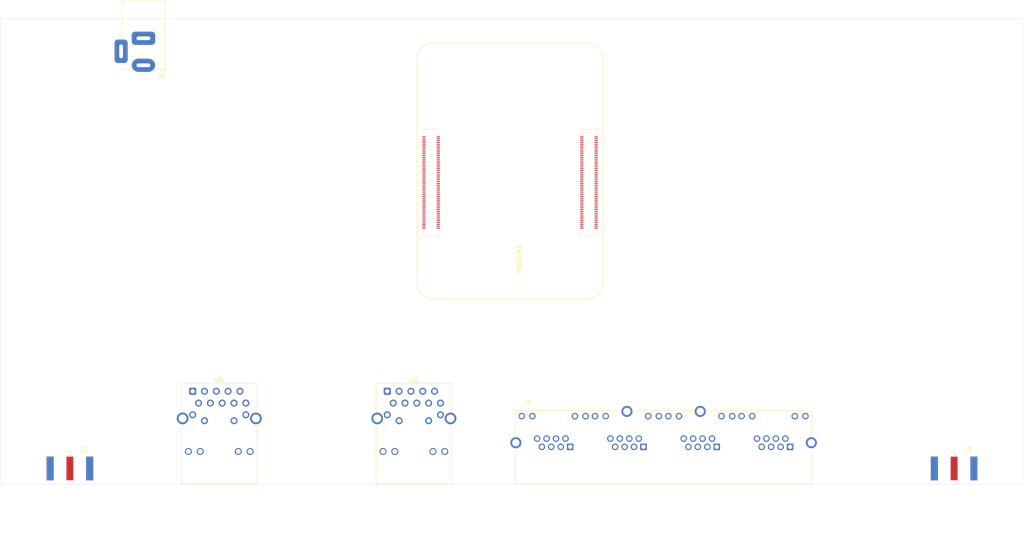
<source format=kicad_pcb>
(kicad_pcb (version 20241229) (generator "pcbnew") (generator_version "9.0")
  (layers (0 "F.Cu" signal) (2 "B.Cu" signal) (13 "F.Paste" user) (15 "B.Paste" user) (5 "F.SilkS" user "F.Silkscreen") (7 "B.SilkS" user "B.Silkscreen") (1 "F.Mask" user) (3 "B.Mask" user) (25 "Edge.Cuts" user))
  (net 0 "")
  (footprint "router-footprints:TRJG0926HENL" (layer "F.Cu") (at 138.91 138.94)
    (property "Reference" "U6" (at 0.01 -11.32 0) (layer "F.SilkS"))
    (property "Value" "MagJack-A70-112-331N126")
    (fp_line (start -8.12 -10.62) (end -8.12 -4.71) (stroke (width 0.12)) (layer "F.SilkS"))
    (fp_line (start -8.12 -10.62) (end 8.12 -10.62) (stroke (width 0.12)) (layer "F.SilkS"))
    (fp_line (start -8.12 -1.43) (end -8.12 11.02) (stroke (width 0.12)) (layer "F.SilkS"))
    (fp_line (start -8 10.75) (end -8.25 10.75) (stroke (width 0.12)) (layer "F.SilkS"))
    (fp_line (start -7.9 10.9) (end -7.9 11.15) (stroke (width 0.12)) (layer "F.SilkS"))
    (fp_line (start 8.12 -10.62) (end 8.12 -4.71) (stroke (width 0.12)) (layer "F.SilkS"))
    (fp_line (start 8.12 -1.43) (end 8.12 11.02) (stroke (width 0.12)) (layer "F.SilkS"))
    (fp_line (start 8.12 11.02) (end -8.12 11.02) (stroke (width 0.12)) (layer "F.SilkS"))
    (pad "" np_thru_hole circle (at -5.715 0) (size 3.2 3.2) (drill 3.2) (layers "*.Cu" "*.Mask"))
    (pad "" np_thru_hole circle (at 5.715 0) (size 3.2 3.2) (drill 3.2) (layers "*.Cu" "*.Mask"))
    (pad "1" thru_hole roundrect (at -5.715 -8.89) (size 1.5 1.5) (drill 0.9) (layers "*.Cu" "*.Mask") (roundrect_rratio 0.167))
    (pad "2" thru_hole circle (at -4.445 -6.35) (size 1.5 1.5) (drill 0.9) (layers "*.Cu" "*.Mask"))
    (pad "3" thru_hole circle (at -3.175 -8.89) (size 1.5 1.5) (drill 0.9) (layers "*.Cu" "*.Mask"))
    (pad "4" thru_hole circle (at -1.905 -6.35) (size 1.5 1.5) (drill 0.9) (layers "*.Cu" "*.Mask"))
    (pad "5" thru_hole circle (at -0.635 -8.89) (size 1.5 1.5) (drill 0.9) (layers "*.Cu" "*.Mask"))
    (pad "6" thru_hole circle (at 0.635 -6.35 90) (size 1.5 1.5) (drill 0.9) (layers "*.Cu" "*.Mask"))
    (pad "7" thru_hole circle (at 1.905 -8.89) (size 1.5 1.5) (drill 0.9) (layers "*.Cu" "*.Mask"))
    (pad "8" thru_hole circle (at 3.175 -6.35) (size 1.5 1.5) (drill 0.9) (layers "*.Cu" "*.Mask"))
    (pad "9" thru_hole circle (at 4.445 -8.89) (size 1.5 1.5) (drill 0.9) (layers "*.Cu" "*.Mask"))
    (pad "10" thru_hole circle (at 5.715 -6.35) (size 1.5 1.5) (drill 0.9) (layers "*.Cu" "*.Mask"))
    (pad "11" thru_hole circle (at -5.715 -3.83) (size 1.5 1.5) (drill 0.9) (layers "*.Cu" "*.Mask"))
    (pad "12" thru_hole circle (at -3.175 -2.56) (size 1.5 1.5) (drill 0.9) (layers "*.Cu" "*.Mask"))
    (pad "13" thru_hole circle (at 3.175 -2.56) (size 1.5 1.5) (drill 0.9) (layers "*.Cu" "*.Mask"))
    (pad "14" thru_hole circle (at 5.715 -3.83) (size 1.5 1.5) (drill 0.9) (layers "*.Cu" "*.Mask"))
    (pad "15" thru_hole circle (at -6.63 4.06) (size 1.5 1.5) (drill 1.02) (layers "*.Cu" "*.Mask"))
    (pad "16" thru_hole circle (at -4.09 4.06) (size 1.5 1.5) (drill 1.02) (layers "*.Cu" "*.Mask"))
    (pad "17" thru_hole circle (at 4.09 4.06) (size 1.5 1.5) (drill 1.02) (layers "*.Cu" "*.Mask"))
    (pad "18" thru_hole circle (at 6.63 4.06) (size 1.5 1.5) (drill 1.02) (layers "*.Cu" "*.Mask"))
    (pad "19" thru_hole circle (at -7.875 -3.05) (size 2.5 2.5) (drill 1.7) (layers "*.Cu" "*.Mask"))
    (pad "20" thru_hole circle (at 7.875 -3.05) (size 2.5 2.5) (drill 1.7) (layers "*.Cu" "*.Mask"))
  )
  (footprint "router-footprints:TRJG0926HENL" (layer "F.Cu") (at 97.09 138.94)
    (property "Reference" "U5" (at 0.01 -11.32 0) (layer "F.SilkS"))
    (property "Value" "MagJack-A70-112-331N126")
    (fp_line (start -8.12 -10.62) (end -8.12 -4.71) (stroke (width 0.12)) (layer "F.SilkS"))
    (fp_line (start -8.12 -10.62) (end 8.12 -10.62) (stroke (width 0.12)) (layer "F.SilkS"))
    (fp_line (start -8.12 -1.43) (end -8.12 11.02) (stroke (width 0.12)) (layer "F.SilkS"))
    (fp_line (start -8 10.75) (end -8.25 10.75) (stroke (width 0.12)) (layer "F.SilkS"))
    (fp_line (start -7.9 10.9) (end -7.9 11.15) (stroke (width 0.12)) (layer "F.SilkS"))
    (fp_line (start 8.12 -10.62) (end 8.12 -4.71) (stroke (width 0.12)) (layer "F.SilkS"))
    (fp_line (start 8.12 -1.43) (end 8.12 11.02) (stroke (width 0.12)) (layer "F.SilkS"))
    (fp_line (start 8.12 11.02) (end -8.12 11.02) (stroke (width 0.12)) (layer "F.SilkS"))
    (pad "" np_thru_hole circle (at -5.715 0) (size 3.2 3.2) (drill 3.2) (layers "*.Cu" "*.Mask"))
    (pad "" np_thru_hole circle (at 5.715 0) (size 3.2 3.2) (drill 3.2) (layers "*.Cu" "*.Mask"))
    (pad "1" thru_hole roundrect (at -5.715 -8.89) (size 1.5 1.5) (drill 0.9) (layers "*.Cu" "*.Mask") (roundrect_rratio 0.167))
    (pad "2" thru_hole circle (at -4.445 -6.35) (size 1.5 1.5) (drill 0.9) (layers "*.Cu" "*.Mask"))
    (pad "3" thru_hole circle (at -3.175 -8.89) (size 1.5 1.5) (drill 0.9) (layers "*.Cu" "*.Mask"))
    (pad "4" thru_hole circle (at -1.905 -6.35) (size 1.5 1.5) (drill 0.9) (layers "*.Cu" "*.Mask"))
    (pad "5" thru_hole circle (at -0.635 -8.89) (size 1.5 1.5) (drill 0.9) (layers "*.Cu" "*.Mask"))
    (pad "6" thru_hole circle (at 0.635 -6.35 90) (size 1.5 1.5) (drill 0.9) (layers "*.Cu" "*.Mask"))
    (pad "7" thru_hole circle (at 1.905 -8.89) (size 1.5 1.5) (drill 0.9) (layers "*.Cu" "*.Mask"))
    (pad "8" thru_hole circle (at 3.175 -6.35) (size 1.5 1.5) (drill 0.9) (layers "*.Cu" "*.Mask"))
    (pad "9" thru_hole circle (at 4.445 -8.89) (size 1.5 1.5) (drill 0.9) (layers "*.Cu" "*.Mask"))
    (pad "10" thru_hole circle (at 5.715 -6.35) (size 1.5 1.5) (drill 0.9) (layers "*.Cu" "*.Mask"))
    (pad "11" thru_hole circle (at -5.715 -3.83) (size 1.5 1.5) (drill 0.9) (layers "*.Cu" "*.Mask"))
    (pad "12" thru_hole circle (at -3.175 -2.56) (size 1.5 1.5) (drill 0.9) (layers "*.Cu" "*.Mask"))
    (pad "13" thru_hole circle (at 3.175 -2.56) (size 1.5 1.5) (drill 0.9) (layers "*.Cu" "*.Mask"))
    (pad "14" thru_hole circle (at 5.715 -3.83) (size 1.5 1.5) (drill 0.9) (layers "*.Cu" "*.Mask"))
    (pad "15" thru_hole circle (at -6.63 4.06) (size 1.5 1.5) (drill 1.02) (layers "*.Cu" "*.Mask"))
    (pad "16" thru_hole circle (at -4.09 4.06) (size 1.5 1.5) (drill 1.02) (layers "*.Cu" "*.Mask"))
    (pad "17" thru_hole circle (at 4.09 4.06) (size 1.5 1.5) (drill 1.02) (layers "*.Cu" "*.Mask"))
    (pad "18" thru_hole circle (at 6.63 4.06) (size 1.5 1.5) (drill 1.02) (layers "*.Cu" "*.Mask"))
    (pad "19" thru_hole circle (at -7.875 -3.05) (size 2.5 2.5) (drill 1.7) (layers "*.Cu" "*.Mask"))
    (pad "20" thru_hole circle (at 7.875 -3.05) (size 2.5 2.5) (drill 1.7) (layers "*.Cu" "*.Mask"))
  )
  (footprint "router-footprints:BarrelJack_Horizontal" (layer "F.Cu") (at 80.8 60 -90)
    (property "Reference" "J1" (at 2.425 -3.95 0) (layer "F.SilkS"))
    (property "Value" "Barrel_Jack")
    (fp_line (start -13.8 4.6) (end -13.8 -4.6) (stroke (width 0.12)) (layer "F.SilkS"))
    (fp_line (start -5.9 4.6) (end -13.8 4.6) (stroke (width 0.12)) (layer "F.SilkS"))
    (fp_line (start 0.9 4.6) (end -0.1 4.6) (stroke (width 0.12)) (layer "F.SilkS"))
    (fp_line (start 0.9 2.7) (end 0.9 4.6) (stroke (width 0.12)) (layer "F.SilkS"))
    (fp_line (start 1.1 -3.75) (end 1.1 -4.8) (stroke (width 0.12)) (layer "F.SilkS"))
    (fp_line (start -13.8 -4.6) (end 0.9 -4.6) (stroke (width 0.12)) (layer "F.SilkS"))
    (fp_line (start 0.9 -4.6) (end 0.9 -2.6) (stroke (width 0.12)) (layer "F.SilkS"))
    (fp_line (start 0.05 -4.8) (end 1.1 -4.8) (stroke (width 0.12)) (layer "F.SilkS"))
    (pad "1" thru_hole oval (at 0 0 270) (size 2.8 5) (drill oval 0.8 3) (layers "*.Cu" "*.Mask"))
    (pad "2" thru_hole roundrect (at -5.8 0 270) (size 2.8 5) (drill oval 0.8 3) (layers "*.Cu" "*.Mask"))
    (pad "3" thru_hole roundrect (at -3 4.8 270) (size 5 2.8) (drill oval 3 0.8) (layers "*.Cu" "*.Mask"))
  )
  (footprint "Connector_Coaxial:SMA_Amphenol_132289_EdgeMount" (layer "F.Cu") (at 65 146.6375 -90)
    (property "Reference" "J2" (at -3.96 -3 0) (layer "F.SilkS"))
    (property "Value" "Conn_Coaxial_Small")
    (fp_line (start -3.71 0.25) (end -3.21 0) (stroke (width 0.12)) (layer "F.SilkS"))
    (fp_line (start -3.21 0) (end -3.71 -0.25) (stroke (width 0.12)) (layer "F.SilkS"))
    (fp_line (start -3.71 -0.25) (end -3.71 0.25) (stroke (width 0.12)) (layer "F.SilkS"))
    (pad "1" smd rect (at 0 0) (size 1.5 5.08) (layers "F.Cu" "F.Mask" "F.Paste"))
    (pad "2" smd rect (at 0 -4.25) (size 1.5 5.08) (layers "F.Cu" "F.Mask" "F.Paste"))
    (pad "2" smd rect (at 0 -4.25) (size 1.5 5.08) (layers "B.Cu" "B.Mask" "B.Paste"))
    (pad "2" smd rect (at 0 4.25) (size 1.5 5.08) (layers "F.Cu" "F.Mask" "F.Paste"))
    (pad "2" smd rect (at 0 4.25) (size 1.5 5.08) (layers "B.Cu" "B.Mask" "B.Paste"))
  )
  (footprint "router-footprints:Raspberry-Pi-4-Compute-Module" (layer "F.Cu") (at 143.08 106.7)
    (property "Reference" "Module1" (at 18.38 -5.08 270) (layer "F.SilkS"))
    (property "Value" "ComputeModule4-CM4")
    (fp_line (start -3.5 -48) (end -3.5 0) (stroke (width 0.12)) (layer "F.SilkS"))
    (fp_line (start -2.35 -32.9) (end 1.43 -32.9) (stroke (width 0.12)) (layer "F.SilkS"))
    (fp_line (start -2.35 -10.1) (end -2.35 -11.1) (stroke (width 0.12)) (layer "F.SilkS"))
    (fp_line (start -2.35 -10.1) (end 1.43 -10.1) (stroke (width 0.12)) (layer "F.SilkS"))
    (fp_line (start 0 3.5) (end 33 3.5) (stroke (width 0.12)) (layer "F.SilkS"))
    (fp_line (start 1.43 -10.1) (end 1.43 -11.1) (stroke (width 0.12)) (layer "F.SilkS"))
    (fp_line (start 31.57 -32.9) (end 31.57 -31.9) (stroke (width 0.12)) (layer "F.SilkS"))
    (fp_line (start 31.57 -32.9) (end 35.35 -32.9) (stroke (width 0.12)) (layer "F.SilkS"))
    (fp_line (start 31.57 -10.1) (end 31.57 -11.1) (stroke (width 0.12)) (layer "F.SilkS"))
    (fp_line (start 31.57 -10.1) (end 35.35 -10.1) (stroke (width 0.12)) (layer "F.SilkS"))
    (fp_line (start 33 -51.5) (end 0 -51.5) (stroke (width 0.12)) (layer "F.SilkS"))
    (fp_line (start 35.35 -32.9) (end 35.35 -31.9) (stroke (width 0.12)) (layer "F.SilkS"))
    (fp_line (start 35.35 -10.1) (end 35.35 -11.1) (stroke (width 0.12)) (layer "F.SilkS"))
    (fp_line (start 36.5 0) (end 36.5 -48) (stroke (width 0.12)) (layer "F.SilkS"))
    (fp_arc (start -3.5 -48) (mid -2.474874 -50.474874) (end 0 -51.5) (stroke (width 0.12)) (layer "F.SilkS"))
    (fp_arc (start 0 3.5) (mid -2.474874 2.474874) (end -3.5 0) (stroke (width 0.12)) (layer "F.SilkS"))
    (fp_arc (start 33 -51.5) (mid 35.474874 -50.474874) (end 36.5 -48) (stroke (width 0.12)) (layer "F.SilkS"))
    (fp_arc (start 36.5 0) (mid 35.474874 2.474874) (end 33 3.5) (stroke (width 0.12)) (layer "F.SilkS"))
    (pad "" np_thru_hole circle (at 0 -48) (size 2.7 2.7) (drill 2.7) (layers "*.Cu" "*.Mask") (clearance 1.7))
    (pad "" np_thru_hole circle (at 0 0) (size 2.7 2.7) (drill 2.7) (layers "*.Cu" "*.Mask") (clearance 1.7))
    (pad "" np_thru_hole circle (at 33 -48) (size 2.7 2.7) (drill 2.7) (layers "*.Cu" "*.Mask") (clearance 1.7))
    (pad "" np_thru_hole circle (at 33 0) (size 2.7 2.7) (drill 2.7) (layers "*.Cu" "*.Mask") (clearance 1.7))
    (pad "1" smd rect (at -2 -31.3 270) (size 0.2 0.7) (layers "F.Cu" "F.Mask" "F.Paste"))
    (pad "2" smd rect (at 1.08 -31.3 270) (size 0.2 0.7) (layers "F.Cu" "F.Mask" "F.Paste"))
    (pad "3" smd rect (at -2 -30.9 270) (size 0.2 0.7) (layers "F.Cu" "F.Mask" "F.Paste"))
    (pad "4" smd rect (at 1.08 -30.9 270) (size 0.2 0.7) (layers "F.Cu" "F.Mask" "F.Paste"))
    (pad "5" smd rect (at -2 -30.5 270) (size 0.2 0.7) (layers "F.Cu" "F.Mask" "F.Paste"))
    (pad "6" smd rect (at 1.08 -30.5 270) (size 0.2 0.7) (layers "F.Cu" "F.Mask" "F.Paste"))
    (pad "7" smd rect (at -2 -30.1 270) (size 0.2 0.7) (layers "F.Cu" "F.Mask" "F.Paste"))
    (pad "8" smd rect (at 1.08 -30.1 270) (size 0.2 0.7) (layers "F.Cu" "F.Mask" "F.Paste"))
    (pad "9" smd rect (at -2 -29.7 270) (size 0.2 0.7) (layers "F.Cu" "F.Mask" "F.Paste"))
    (pad "10" smd rect (at 1.08 -29.7 270) (size 0.2 0.7) (layers "F.Cu" "F.Mask" "F.Paste"))
    (pad "11" smd rect (at -2 -29.3 270) (size 0.2 0.7) (layers "F.Cu" "F.Mask" "F.Paste"))
    (pad "12" smd rect (at 1.08 -29.3 270) (size 0.2 0.7) (layers "F.Cu" "F.Mask" "F.Paste"))
    (pad "13" smd rect (at -2 -28.9 270) (size 0.2 0.7) (layers "F.Cu" "F.Mask" "F.Paste"))
    (pad "14" smd rect (at 1.08 -28.9 270) (size 0.2 0.7) (layers "F.Cu" "F.Mask" "F.Paste"))
    (pad "15" smd rect (at -2 -28.5 270) (size 0.2 0.7) (layers "F.Cu" "F.Mask" "F.Paste"))
    (pad "16" smd rect (at 1.08 -28.5 270) (size 0.2 0.7) (layers "F.Cu" "F.Mask" "F.Paste"))
    (pad "17" smd rect (at -2 -28.1 270) (size 0.2 0.7) (layers "F.Cu" "F.Mask" "F.Paste"))
    (pad "18" smd rect (at 1.08 -28.1 270) (size 0.2 0.7) (layers "F.Cu" "F.Mask" "F.Paste"))
    (pad "19" smd rect (at -2 -27.7 270) (size 0.2 0.7) (layers "F.Cu" "F.Mask" "F.Paste"))
    (pad "20" smd rect (at 1.08 -27.7 270) (size 0.2 0.7) (layers "F.Cu" "F.Mask" "F.Paste"))
    (pad "21" smd rect (at -2 -27.3 270) (size 0.2 0.7) (layers "F.Cu" "F.Mask" "F.Paste"))
    (pad "22" smd rect (at 1.08 -27.3 270) (size 0.2 0.7) (layers "F.Cu" "F.Mask" "F.Paste"))
    (pad "23" smd rect (at -2 -26.9 270) (size 0.2 0.7) (layers "F.Cu" "F.Mask" "F.Paste"))
    (pad "24" smd rect (at 1.08 -26.9 270) (size 0.2 0.7) (layers "F.Cu" "F.Mask" "F.Paste"))
    (pad "25" smd rect (at -2 -26.5 270) (size 0.2 0.7) (layers "F.Cu" "F.Mask" "F.Paste"))
    (pad "26" smd rect (at 1.08 -26.5 270) (size 0.2 0.7) (layers "F.Cu" "F.Mask" "F.Paste"))
    (pad "27" smd rect (at -2 -26.1 270) (size 0.2 0.7) (layers "F.Cu" "F.Mask" "F.Paste"))
    (pad "28" smd rect (at 1.08 -26.1 270) (size 0.2 0.7) (layers "F.Cu" "F.Mask" "F.Paste"))
    (pad "29" smd rect (at -2 -25.7 270) (size 0.2 0.7) (layers "F.Cu" "F.Mask" "F.Paste"))
    (pad "30" smd rect (at 1.08 -25.7 270) (size 0.2 0.7) (layers "F.Cu" "F.Mask" "F.Paste"))
    (pad "31" smd rect (at -2 -25.3 270) (size 0.2 0.7) (layers "F.Cu" "F.Mask" "F.Paste"))
    (pad "32" smd rect (at 1.08 -25.3 270) (size 0.2 0.7) (layers "F.Cu" "F.Mask" "F.Paste"))
    (pad "33" smd rect (at -2 -24.9 270) (size 0.2 0.7) (layers "F.Cu" "F.Mask" "F.Paste"))
    (pad "34" smd rect (at 1.08 -24.9 270) (size 0.2 0.7) (layers "F.Cu" "F.Mask" "F.Paste"))
    (pad "35" smd rect (at -2 -24.5 270) (size 0.2 0.7) (layers "F.Cu" "F.Mask" "F.Paste"))
    (pad "36" smd rect (at 1.08 -24.5 270) (size 0.2 0.7) (layers "F.Cu" "F.Mask" "F.Paste"))
    (pad "37" smd rect (at -2 -24.1 270) (size 0.2 0.7) (layers "F.Cu" "F.Mask" "F.Paste"))
    (pad "38" smd rect (at 1.08 -24.1 270) (size 0.2 0.7) (layers "F.Cu" "F.Mask" "F.Paste"))
    (pad "39" smd rect (at -2 -23.7 270) (size 0.2 0.7) (layers "F.Cu" "F.Mask" "F.Paste"))
    (pad "40" smd rect (at 1.08 -23.7 270) (size 0.2 0.7) (layers "F.Cu" "F.Mask" "F.Paste"))
    (pad "41" smd rect (at -2 -23.3 270) (size 0.2 0.7) (layers "F.Cu" "F.Mask" "F.Paste"))
    (pad "42" smd rect (at 1.08 -23.3 270) (size 0.2 0.7) (layers "F.Cu" "F.Mask" "F.Paste"))
    (pad "43" smd rect (at -2 -22.9 270) (size 0.2 0.7) (layers "F.Cu" "F.Mask" "F.Paste"))
    (pad "44" smd rect (at 1.08 -22.9 270) (size 0.2 0.7) (layers "F.Cu" "F.Mask" "F.Paste"))
    (pad "45" smd rect (at -2 -22.5 270) (size 0.2 0.7) (layers "F.Cu" "F.Mask" "F.Paste"))
    (pad "46" smd rect (at 1.08 -22.5 270) (size 0.2 0.7) (layers "F.Cu" "F.Mask" "F.Paste"))
    (pad "47" smd rect (at -2 -22.1 270) (size 0.2 0.7) (layers "F.Cu" "F.Mask" "F.Paste"))
    (pad "48" smd rect (at 1.08 -22.1 270) (size 0.2 0.7) (layers "F.Cu" "F.Mask" "F.Paste"))
    (pad "49" smd rect (at -2 -21.7 270) (size 0.2 0.7) (layers "F.Cu" "F.Mask" "F.Paste"))
    (pad "50" smd rect (at 1.08 -21.7 270) (size 0.2 0.7) (layers "F.Cu" "F.Mask" "F.Paste"))
    (pad "51" smd rect (at -2 -21.3 270) (size 0.2 0.7) (layers "F.Cu" "F.Mask" "F.Paste"))
    (pad "52" smd rect (at 1.08 -21.3 270) (size 0.2 0.7) (layers "F.Cu" "F.Mask" "F.Paste"))
    (pad "53" smd rect (at -2 -20.9 270) (size 0.2 0.7) (layers "F.Cu" "F.Mask" "F.Paste"))
    (pad "54" smd rect (at 1.08 -20.9 270) (size 0.2 0.7) (layers "F.Cu" "F.Mask" "F.Paste"))
    (pad "55" smd rect (at -2 -20.5 270) (size 0.2 0.7) (layers "F.Cu" "F.Mask" "F.Paste"))
    (pad "56" smd rect (at 1.08 -20.5 270) (size 0.2 0.7) (layers "F.Cu" "F.Mask" "F.Paste"))
    (pad "57" smd rect (at -2 -20.1 270) (size 0.2 0.7) (layers "F.Cu" "F.Mask" "F.Paste"))
    (pad "58" smd rect (at 1.08 -20.1 270) (size 0.2 0.7) (layers "F.Cu" "F.Mask" "F.Paste"))
    (pad "59" smd rect (at -2 -19.7 270) (size 0.2 0.7) (layers "F.Cu" "F.Mask" "F.Paste"))
    (pad "60" smd rect (at 1.08 -19.7 270) (size 0.2 0.7) (layers "F.Cu" "F.Mask" "F.Paste"))
    (pad "61" smd rect (at -2 -19.3 270) (size 0.2 0.7) (layers "F.Cu" "F.Mask" "F.Paste"))
    (pad "62" smd rect (at 1.08 -19.3 270) (size 0.2 0.7) (layers "F.Cu" "F.Mask" "F.Paste"))
    (pad "63" smd rect (at -2 -18.9 270) (size 0.2 0.7) (layers "F.Cu" "F.Mask" "F.Paste"))
    (pad "64" smd rect (at 1.08 -18.9 270) (size 0.2 0.7) (layers "F.Cu" "F.Mask" "F.Paste"))
    (pad "65" smd rect (at -2 -18.5 270) (size 0.2 0.7) (layers "F.Cu" "F.Mask" "F.Paste"))
    (pad "66" smd rect (at 1.08 -18.5 270) (size 0.2 0.7) (layers "F.Cu" "F.Mask" "F.Paste"))
    (pad "67" smd rect (at -2 -18.1 270) (size 0.2 0.7) (layers "F.Cu" "F.Mask" "F.Paste"))
    (pad "68" smd rect (at 1.08 -18.1 270) (size 0.2 0.7) (layers "F.Cu" "F.Mask" "F.Paste"))
    (pad "69" smd rect (at -2 -17.7 270) (size 0.2 0.7) (layers "F.Cu" "F.Mask" "F.Paste"))
    (pad "70" smd rect (at 1.08 -17.7 270) (size 0.2 0.7) (layers "F.Cu" "F.Mask" "F.Paste"))
    (pad "71" smd rect (at -2 -17.3 270) (size 0.2 0.7) (layers "F.Cu" "F.Mask" "F.Paste"))
    (pad "72" smd rect (at 1.08 -17.3 270) (size 0.2 0.7) (layers "F.Cu" "F.Mask" "F.Paste"))
    (pad "73" smd rect (at -2 -16.9 270) (size 0.2 0.7) (layers "F.Cu" "F.Mask" "F.Paste"))
    (pad "74" smd rect (at 1.08 -16.9 270) (size 0.2 0.7) (layers "F.Cu" "F.Mask" "F.Paste"))
    (pad "75" smd rect (at -2 -16.5 270) (size 0.2 0.7) (layers "F.Cu" "F.Mask" "F.Paste"))
    (pad "76" smd rect (at 1.08 -16.5 270) (size 0.2 0.7) (layers "F.Cu" "F.Mask" "F.Paste"))
    (pad "77" smd rect (at -2 -16.1 270) (size 0.2 0.7) (layers "F.Cu" "F.Mask" "F.Paste"))
    (pad "78" smd rect (at 1.08 -16.1 270) (size 0.2 0.7) (layers "F.Cu" "F.Mask" "F.Paste"))
    (pad "79" smd rect (at -2 -15.7 270) (size 0.2 0.7) (layers "F.Cu" "F.Mask" "F.Paste"))
    (pad "80" smd rect (at 1.08 -15.7 270) (size 0.2 0.7) (layers "F.Cu" "F.Mask" "F.Paste"))
    (pad "81" smd rect (at -2 -15.3 270) (size 0.2 0.7) (layers "F.Cu" "F.Mask" "F.Paste"))
    (pad "82" smd rect (at 1.08 -15.3 270) (size 0.2 0.7) (layers "F.Cu" "F.Mask" "F.Paste"))
    (pad "83" smd rect (at -2 -14.9 270) (size 0.2 0.7) (layers "F.Cu" "F.Mask" "F.Paste"))
    (pad "84" smd rect (at 1.08 -14.9 270) (size 0.2 0.7) (layers "F.Cu" "F.Mask" "F.Paste"))
    (pad "85" smd rect (at -2 -14.5 270) (size 0.2 0.7) (layers "F.Cu" "F.Mask" "F.Paste"))
    (pad "86" smd rect (at 1.08 -14.5 270) (size 0.2 0.7) (layers "F.Cu" "F.Mask" "F.Paste"))
    (pad "87" smd rect (at -2 -14.1 270) (size 0.2 0.7) (layers "F.Cu" "F.Mask" "F.Paste"))
    (pad "88" smd rect (at 1.08 -14.1 270) (size 0.2 0.7) (layers "F.Cu" "F.Mask" "F.Paste"))
    (pad "89" smd rect (at -2 -13.7 270) (size 0.2 0.7) (layers "F.Cu" "F.Mask" "F.Paste"))
    (pad "90" smd rect (at 1.08 -13.7 270) (size 0.2 0.7) (layers "F.Cu" "F.Mask" "F.Paste"))
    (pad "91" smd rect (at -2 -13.3 270) (size 0.2 0.7) (layers "F.Cu" "F.Mask" "F.Paste"))
    (pad "92" smd rect (at 1.08 -13.3 270) (size 0.2 0.7) (layers "F.Cu" "F.Mask" "F.Paste"))
    (pad "93" smd rect (at -2 -12.9 270) (size 0.2 0.7) (layers "F.Cu" "F.Mask" "F.Paste"))
    (pad "94" smd rect (at 1.08 -12.9 270) (size 0.2 0.7) (layers "F.Cu" "F.Mask" "F.Paste"))
    (pad "95" smd rect (at -2 -12.5 270) (size 0.2 0.7) (layers "F.Cu" "F.Mask" "F.Paste"))
    (pad "96" smd rect (at 1.08 -12.5 270) (size 0.2 0.7) (layers "F.Cu" "F.Mask" "F.Paste"))
    (pad "97" smd rect (at -2 -12.1 270) (size 0.2 0.7) (layers "F.Cu" "F.Mask" "F.Paste"))
    (pad "98" smd rect (at 1.08 -12.1 270) (size 0.2 0.7) (layers "F.Cu" "F.Mask" "F.Paste"))
    (pad "99" smd rect (at -2 -11.7 270) (size 0.2 0.7) (layers "F.Cu" "F.Mask" "F.Paste"))
    (pad "100" smd rect (at 1.08 -11.7 270) (size 0.2 0.7) (layers "F.Cu" "F.Mask" "F.Paste"))
    (pad "101" smd rect (at 31.92 -31.3 270) (size 0.2 0.7) (layers "F.Cu" "F.Mask" "F.Paste"))
    (pad "102" smd rect (at 35 -31.3 270) (size 0.2 0.7) (layers "F.Cu" "F.Mask" "F.Paste"))
    (pad "103" smd rect (at 31.92 -30.9 270) (size 0.2 0.7) (layers "F.Cu" "F.Mask" "F.Paste"))
    (pad "104" smd rect (at 35 -30.9 270) (size 0.2 0.7) (layers "F.Cu" "F.Mask" "F.Paste"))
    (pad "105" smd rect (at 31.92 -30.5 270) (size 0.2 0.7) (layers "F.Cu" "F.Mask" "F.Paste"))
    (pad "106" smd rect (at 35 -30.5 270) (size 0.2 0.7) (layers "F.Cu" "F.Mask" "F.Paste"))
    (pad "107" smd rect (at 31.92 -30.1 270) (size 0.2 0.7) (layers "F.Cu" "F.Mask" "F.Paste"))
    (pad "108" smd rect (at 35 -30.1 270) (size 0.2 0.7) (layers "F.Cu" "F.Mask" "F.Paste"))
    (pad "109" smd rect (at 31.92 -29.7 270) (size 0.2 0.7) (layers "F.Cu" "F.Mask" "F.Paste"))
    (pad "110" smd rect (at 35 -29.7 270) (size 0.2 0.7) (layers "F.Cu" "F.Mask" "F.Paste"))
    (pad "111" smd rect (at 31.92 -29.3 270) (size 0.2 0.7) (layers "F.Cu" "F.Mask" "F.Paste"))
    (pad "112" smd rect (at 35 -29.3 270) (size 0.2 0.7) (layers "F.Cu" "F.Mask" "F.Paste"))
    (pad "113" smd rect (at 31.92 -28.9 270) (size 0.2 0.7) (layers "F.Cu" "F.Mask" "F.Paste"))
    (pad "114" smd rect (at 35 -28.9 270) (size 0.2 0.7) (layers "F.Cu" "F.Mask" "F.Paste"))
    (pad "115" smd rect (at 31.92 -28.5 270) (size 0.2 0.7) (layers "F.Cu" "F.Mask" "F.Paste"))
    (pad "116" smd rect (at 35 -28.5 270) (size 0.2 0.7) (layers "F.Cu" "F.Mask" "F.Paste"))
    (pad "117" smd rect (at 31.92 -28.1 270) (size 0.2 0.7) (layers "F.Cu" "F.Mask" "F.Paste"))
    (pad "118" smd rect (at 35 -28.1 270) (size 0.2 0.7) (layers "F.Cu" "F.Mask" "F.Paste"))
    (pad "119" smd rect (at 31.92 -27.7 270) (size 0.2 0.7) (layers "F.Cu" "F.Mask" "F.Paste"))
    (pad "120" smd rect (at 35 -27.7 270) (size 0.2 0.7) (layers "F.Cu" "F.Mask" "F.Paste"))
    (pad "121" smd rect (at 31.92 -27.3 270) (size 0.2 0.7) (layers "F.Cu" "F.Mask" "F.Paste"))
    (pad "122" smd rect (at 35 -27.3 270) (size 0.2 0.7) (layers "F.Cu" "F.Mask" "F.Paste"))
    (pad "123" smd rect (at 31.92 -26.9 270) (size 0.2 0.7) (layers "F.Cu" "F.Mask" "F.Paste"))
    (pad "124" smd rect (at 35 -26.9 270) (size 0.2 0.7) (layers "F.Cu" "F.Mask" "F.Paste"))
    (pad "125" smd rect (at 31.92 -26.5 270) (size 0.2 0.7) (layers "F.Cu" "F.Mask" "F.Paste"))
    (pad "126" smd rect (at 35 -26.5 270) (size 0.2 0.7) (layers "F.Cu" "F.Mask" "F.Paste"))
    (pad "127" smd rect (at 31.92 -26.1 270) (size 0.2 0.7) (layers "F.Cu" "F.Mask" "F.Paste"))
    (pad "128" smd rect (at 35 -26.1 270) (size 0.2 0.7) (layers "F.Cu" "F.Mask" "F.Paste"))
    (pad "129" smd rect (at 31.92 -25.7 270) (size 0.2 0.7) (layers "F.Cu" "F.Mask" "F.Paste"))
    (pad "130" smd rect (at 35 -25.7 270) (size 0.2 0.7) (layers "F.Cu" "F.Mask" "F.Paste"))
    (pad "131" smd rect (at 31.92 -25.3 270) (size 0.2 0.7) (layers "F.Cu" "F.Mask" "F.Paste"))
    (pad "132" smd rect (at 35 -25.3 270) (size 0.2 0.7) (layers "F.Cu" "F.Mask" "F.Paste"))
    (pad "133" smd rect (at 31.92 -24.9 270) (size 0.2 0.7) (layers "F.Cu" "F.Mask" "F.Paste"))
    (pad "134" smd rect (at 35 -24.9 270) (size 0.2 0.7) (layers "F.Cu" "F.Mask" "F.Paste"))
    (pad "135" smd rect (at 31.92 -24.5 270) (size 0.2 0.7) (layers "F.Cu" "F.Mask" "F.Paste"))
    (pad "136" smd rect (at 35 -24.5 270) (size 0.2 0.7) (layers "F.Cu" "F.Mask" "F.Paste"))
    (pad "137" smd rect (at 31.92 -24.1 270) (size 0.2 0.7) (layers "F.Cu" "F.Mask" "F.Paste"))
    (pad "138" smd rect (at 35 -24.1 270) (size 0.2 0.7) (layers "F.Cu" "F.Mask" "F.Paste"))
    (pad "139" smd rect (at 31.92 -23.7 270) (size 0.2 0.7) (layers "F.Cu" "F.Mask" "F.Paste"))
    (pad "140" smd rect (at 35 -23.7 270) (size 0.2 0.7) (layers "F.Cu" "F.Mask" "F.Paste"))
    (pad "141" smd rect (at 31.92 -23.3 270) (size 0.2 0.7) (layers "F.Cu" "F.Mask" "F.Paste"))
    (pad "142" smd rect (at 35 -23.3 270) (size 0.2 0.7) (layers "F.Cu" "F.Mask" "F.Paste"))
    (pad "143" smd rect (at 31.92 -22.9 270) (size 0.2 0.7) (layers "F.Cu" "F.Mask" "F.Paste"))
    (pad "144" smd rect (at 35 -22.9 270) (size 0.2 0.7) (layers "F.Cu" "F.Mask" "F.Paste"))
    (pad "145" smd rect (at 31.92 -22.5 270) (size 0.2 0.7) (layers "F.Cu" "F.Mask" "F.Paste"))
    (pad "146" smd rect (at 35 -22.5 270) (size 0.2 0.7) (layers "F.Cu" "F.Mask" "F.Paste"))
    (pad "147" smd rect (at 31.92 -22.1 270) (size 0.2 0.7) (layers "F.Cu" "F.Mask" "F.Paste"))
    (pad "148" smd rect (at 35 -22.1 270) (size 0.2 0.7) (layers "F.Cu" "F.Mask" "F.Paste"))
    (pad "149" smd rect (at 31.92 -21.7 270) (size 0.2 0.7) (layers "F.Cu" "F.Mask" "F.Paste"))
    (pad "150" smd rect (at 35 -21.7 270) (size 0.2 0.7) (layers "F.Cu" "F.Mask" "F.Paste"))
    (pad "151" smd rect (at 31.92 -21.3 270) (size 0.2 0.7) (layers "F.Cu" "F.Mask" "F.Paste"))
    (pad "152" smd rect (at 35 -21.3 270) (size 0.2 0.7) (layers "F.Cu" "F.Mask" "F.Paste"))
    (pad "153" smd rect (at 31.92 -20.9 270) (size 0.2 0.7) (layers "F.Cu" "F.Mask" "F.Paste"))
    (pad "154" smd rect (at 35 -20.9 270) (size 0.2 0.7) (layers "F.Cu" "F.Mask" "F.Paste"))
    (pad "155" smd rect (at 31.92 -20.5 270) (size 0.2 0.7) (layers "F.Cu" "F.Mask" "F.Paste"))
    (pad "156" smd rect (at 35 -20.5 270) (size 0.2 0.7) (layers "F.Cu" "F.Mask" "F.Paste"))
    (pad "157" smd rect (at 31.92 -20.1 270) (size 0.2 0.7) (layers "F.Cu" "F.Mask" "F.Paste"))
    (pad "158" smd rect (at 35 -20.1 270) (size 0.2 0.7) (layers "F.Cu" "F.Mask" "F.Paste"))
    (pad "159" smd rect (at 31.92 -19.7 270) (size 0.2 0.7) (layers "F.Cu" "F.Mask" "F.Paste"))
    (pad "160" smd rect (at 35 -19.7 270) (size 0.2 0.7) (layers "F.Cu" "F.Mask" "F.Paste"))
    (pad "161" smd rect (at 31.92 -19.3 270) (size 0.2 0.7) (layers "F.Cu" "F.Mask" "F.Paste"))
    (pad "162" smd rect (at 35 -19.3 270) (size 0.2 0.7) (layers "F.Cu" "F.Mask" "F.Paste"))
    (pad "163" smd rect (at 31.92 -18.9 270) (size 0.2 0.7) (layers "F.Cu" "F.Mask" "F.Paste"))
    (pad "164" smd rect (at 35 -18.9 270) (size 0.2 0.7) (layers "F.Cu" "F.Mask" "F.Paste"))
    (pad "165" smd rect (at 31.92 -18.5 270) (size 0.2 0.7) (layers "F.Cu" "F.Mask" "F.Paste"))
    (pad "166" smd rect (at 35 -18.5 270) (size 0.2 0.7) (layers "F.Cu" "F.Mask" "F.Paste"))
    (pad "167" smd rect (at 31.92 -18.1 270) (size 0.2 0.7) (layers "F.Cu" "F.Mask" "F.Paste"))
    (pad "168" smd rect (at 35 -18.1 270) (size 0.2 0.7) (layers "F.Cu" "F.Mask" "F.Paste"))
    (pad "169" smd rect (at 31.92 -17.7 270) (size 0.2 0.7) (layers "F.Cu" "F.Mask" "F.Paste"))
    (pad "170" smd rect (at 35 -17.7 270) (size 0.2 0.7) (layers "F.Cu" "F.Mask" "F.Paste"))
    (pad "171" smd rect (at 31.92 -17.3 270) (size 0.2 0.7) (layers "F.Cu" "F.Mask" "F.Paste"))
    (pad "172" smd rect (at 35 -17.3 270) (size 0.2 0.7) (layers "F.Cu" "F.Mask" "F.Paste"))
    (pad "173" smd rect (at 31.92 -16.9 270) (size 0.2 0.7) (layers "F.Cu" "F.Mask" "F.Paste"))
    (pad "174" smd rect (at 35 -16.9 270) (size 0.2 0.7) (layers "F.Cu" "F.Mask" "F.Paste"))
    (pad "175" smd rect (at 31.92 -16.5 270) (size 0.2 0.7) (layers "F.Cu" "F.Mask" "F.Paste"))
    (pad "176" smd rect (at 35 -16.5 270) (size 0.2 0.7) (layers "F.Cu" "F.Mask" "F.Paste"))
    (pad "177" smd rect (at 31.92 -16.1 270) (size 0.2 0.7) (layers "F.Cu" "F.Mask" "F.Paste"))
    (pad "178" smd rect (at 35 -16.1 270) (size 0.2 0.7) (layers "F.Cu" "F.Mask" "F.Paste"))
    (pad "179" smd rect (at 31.92 -15.7 270) (size 0.2 0.7) (layers "F.Cu" "F.Mask" "F.Paste"))
    (pad "180" smd rect (at 35 -15.7 270) (size 0.2 0.7) (layers "F.Cu" "F.Mask" "F.Paste"))
    (pad "181" smd rect (at 31.92 -15.3 270) (size 0.2 0.7) (layers "F.Cu" "F.Mask" "F.Paste"))
    (pad "182" smd rect (at 35 -15.3 270) (size 0.2 0.7) (layers "F.Cu" "F.Mask" "F.Paste"))
    (pad "183" smd rect (at 31.92 -14.9 270) (size 0.2 0.7) (layers "F.Cu" "F.Mask" "F.Paste"))
    (pad "184" smd rect (at 35 -14.9 270) (size 0.2 0.7) (layers "F.Cu" "F.Mask" "F.Paste"))
    (pad "185" smd rect (at 31.92 -14.5 270) (size 0.2 0.7) (layers "F.Cu" "F.Mask" "F.Paste"))
    (pad "186" smd rect (at 35 -14.5 270) (size 0.2 0.7) (layers "F.Cu" "F.Mask" "F.Paste"))
    (pad "187" smd rect (at 31.92 -14.1 270) (size 0.2 0.7) (layers "F.Cu" "F.Mask" "F.Paste"))
    (pad "188" smd rect (at 35 -14.1 270) (size 0.2 0.7) (layers "F.Cu" "F.Mask" "F.Paste"))
    (pad "189" smd rect (at 31.92 -13.7 270) (size 0.2 0.7) (layers "F.Cu" "F.Mask" "F.Paste"))
    (pad "190" smd rect (at 35 -13.7 270) (size 0.2 0.7) (layers "F.Cu" "F.Mask" "F.Paste"))
    (pad "191" smd rect (at 31.92 -13.3 270) (size 0.2 0.7) (layers "F.Cu" "F.Mask" "F.Paste"))
    (pad "192" smd rect (at 35 -13.3 270) (size 0.2 0.7) (layers "F.Cu" "F.Mask" "F.Paste"))
    (pad "193" smd rect (at 31.92 -12.9 270) (size 0.2 0.7) (layers "F.Cu" "F.Mask" "F.Paste"))
    (pad "194" smd rect (at 35 -12.9 270) (size 0.2 0.7) (layers "F.Cu" "F.Mask" "F.Paste"))
    (pad "195" smd rect (at 31.92 -12.5 270) (size 0.2 0.7) (layers "F.Cu" "F.Mask" "F.Paste"))
    (pad "196" smd rect (at 35 -12.5 270) (size 0.2 0.7) (layers "F.Cu" "F.Mask" "F.Paste"))
    (pad "197" smd rect (at 31.92 -12.1 270) (size 0.2 0.7) (layers "F.Cu" "F.Mask" "F.Paste"))
    (pad "198" smd rect (at 35 -12.1 270) (size 0.2 0.7) (layers "F.Cu" "F.Mask" "F.Paste"))
    (pad "199" smd rect (at 31.92 -11.7 270) (size 0.2 0.7) (layers "F.Cu" "F.Mask" "F.Paste"))
    (pad "200" smd rect (at 35 -11.7 270) (size 0.2 0.7) (layers "F.Cu" "F.Mask" "F.Paste"))
  )
  (footprint "router-footprints:AMPHENOL_RJHSE-5384-04" (layer "F.Cu") (at 192.57 144.54)
    (property "Reference" "J4" (at -29.2275 -12.07228 0) (layer "F.SilkS") (effects (font (size 1.000598 1.000598))))
    (property "Value" "RJHSE-5384-04")
    (fp_line (start -31.875 -10.3) (end -9.7 -10.3) (stroke (width 0.127)) (layer "F.SilkS"))
    (fp_line (start -31.875 -5.4) (end -31.875 -10.3) (stroke (width 0.127)) (layer "F.SilkS"))
    (fp_line (start -31.875 5.46) (end -31.875 -1.5) (stroke (width 0.127)) (layer "F.SilkS"))
    (fp_line (start -5.95 -10.3) (end 6.25 -10.3) (stroke (width 0.127)) (layer "F.SilkS"))
    (fp_line (start 9.4 -10.3) (end 31.875 -10.3) (stroke (width 0.127)) (layer "F.SilkS"))
    (fp_line (start 31.875 -10.3) (end 31.875 -5.4) (stroke (width 0.127)) (layer "F.SilkS"))
    (fp_line (start 31.875 -1.5) (end 31.875 5.46) (stroke (width 0.127)) (layer "F.SilkS"))
    (fp_line (start 31.875 5.46) (end -31.875 5.46) (stroke (width 0.127)) (layer "F.SilkS"))
    (pad "" np_thru_hole circle (at -29.972 0) (size 3.2512 3.2512) (drill 3.2512) (layers "*.Cu" "*.Mask"))
    (pad "" np_thru_hole circle (at 29.972 0) (size 3.2512 3.2512) (drill 3.2512) (layers "*.Cu" "*.Mask"))
    (pad "1" thru_hole rect (at -20.066 -2.54) (size 1.397 1.397) (drill 0.889) (layers "*.Cu" "*.Mask"))
    (pad "2" thru_hole circle (at -21.082 -4.318) (size 1.397 1.397) (drill 0.889) (layers "*.Cu" "*.Mask"))
    (pad "3" thru_hole circle (at -22.098 -2.54) (size 1.397 1.397) (drill 0.889) (layers "*.Cu" "*.Mask"))
    (pad "4" thru_hole circle (at -23.114 -4.318) (size 1.397 1.397) (drill 0.889) (layers "*.Cu" "*.Mask"))
    (pad "5" thru_hole circle (at -24.13 -2.54) (size 1.397 1.397) (drill 0.889) (layers "*.Cu" "*.Mask"))
    (pad "6" thru_hole circle (at -25.146 -4.318) (size 1.397 1.397) (drill 0.889) (layers "*.Cu" "*.Mask"))
    (pad "7" thru_hole circle (at -26.162 -2.54) (size 1.397 1.397) (drill 0.889) (layers "*.Cu" "*.Mask"))
    (pad "8" thru_hole circle (at -27.178 -4.318) (size 1.397 1.397) (drill 0.889) (layers "*.Cu" "*.Mask"))
    (pad "9" thru_hole circle (at -16.764 -9.144) (size 1.397 1.397) (drill 0.889) (layers "*.Cu" "*.Mask"))
    (pad "10" thru_hole circle (at -19.05 -9.144) (size 1.397 1.397) (drill 0.889) (layers "*.Cu" "*.Mask"))
    (pad "11" thru_hole circle (at -28.194 -9.144) (size 1.397 1.397) (drill 0.889) (layers "*.Cu" "*.Mask"))
    (pad "12" thru_hole circle (at -30.48 -9.144) (size 1.397 1.397) (drill 0.889) (layers "*.Cu" "*.Mask"))
    (pad "13" thru_hole rect (at -4.318 -2.54) (size 1.397 1.397) (drill 0.889) (layers "*.Cu" "*.Mask"))
    (pad "14" thru_hole circle (at -5.334 -4.318) (size 1.397 1.397) (drill 0.889) (layers "*.Cu" "*.Mask"))
    (pad "15" thru_hole circle (at -6.35 -2.54) (size 1.397 1.397) (drill 0.889) (layers "*.Cu" "*.Mask"))
    (pad "16" thru_hole circle (at -7.366 -4.318) (size 1.397 1.397) (drill 0.889) (layers "*.Cu" "*.Mask"))
    (pad "17" thru_hole circle (at -8.382 -2.54) (size 1.397 1.397) (drill 0.889) (layers "*.Cu" "*.Mask"))
    (pad "18" thru_hole circle (at -9.398 -4.318) (size 1.397 1.397) (drill 0.889) (layers "*.Cu" "*.Mask"))
    (pad "19" thru_hole circle (at -10.414 -2.54) (size 1.397 1.397) (drill 0.889) (layers "*.Cu" "*.Mask"))
    (pad "20" thru_hole circle (at -11.43 -4.318) (size 1.397 1.397) (drill 0.889) (layers "*.Cu" "*.Mask"))
    (pad "21" thru_hole circle (at -1.016 -9.144) (size 1.397 1.397) (drill 0.889) (layers "*.Cu" "*.Mask"))
    (pad "22" thru_hole circle (at -3.302 -9.144) (size 1.397 1.397) (drill 0.889) (layers "*.Cu" "*.Mask"))
    (pad "23" thru_hole circle (at -12.446 -9.144) (size 1.397 1.397) (drill 0.889) (layers "*.Cu" "*.Mask"))
    (pad "24" thru_hole circle (at -14.732 -9.144) (size 1.397 1.397) (drill 0.889) (layers "*.Cu" "*.Mask"))
    (pad "25" thru_hole rect (at 11.43 -2.54) (size 1.397 1.397) (drill 0.889) (layers "*.Cu" "*.Mask"))
    (pad "26" thru_hole circle (at 10.414 -4.318) (size 1.397 1.397) (drill 0.889) (layers "*.Cu" "*.Mask"))
    (pad "27" thru_hole circle (at 9.398 -2.54) (size 1.397 1.397) (drill 0.889) (layers "*.Cu" "*.Mask"))
    (pad "28" thru_hole circle (at 8.382 -4.318) (size 1.397 1.397) (drill 0.889) (layers "*.Cu" "*.Mask"))
    (pad "29" thru_hole circle (at 7.366 -2.54) (size 1.397 1.397) (drill 0.889) (layers "*.Cu" "*.Mask"))
    (pad "30" thru_hole circle (at 6.35 -4.318) (size 1.397 1.397) (drill 0.889) (layers "*.Cu" "*.Mask"))
    (pad "31" thru_hole circle (at 5.334 -2.54) (size 1.397 1.397) (drill 0.889) (layers "*.Cu" "*.Mask"))
    (pad "32" thru_hole circle (at 4.318 -4.318) (size 1.397 1.397) (drill 0.889) (layers "*.Cu" "*.Mask"))
    (pad "33" thru_hole circle (at 14.745 -9.144) (size 1.397 1.397) (drill 0.889) (layers "*.Cu" "*.Mask"))
    (pad "34" thru_hole circle (at 12.446 -9.144) (size 1.397 1.397) (drill 0.889) (layers "*.Cu" "*.Mask"))
    (pad "35" thru_hole circle (at 3.302 -9.144) (size 1.397 1.397) (drill 0.889) (layers "*.Cu" "*.Mask"))
    (pad "36" thru_hole circle (at 1.016 -9.144) (size 1.397 1.397) (drill 0.889) (layers "*.Cu" "*.Mask"))
    (pad "37" thru_hole rect (at 27.178 -2.54) (size 1.397 1.397) (drill 0.889) (layers "*.Cu" "*.Mask"))
    (pad "38" thru_hole circle (at 26.162 -4.318) (size 1.397 1.397) (drill 0.889) (layers "*.Cu" "*.Mask"))
    (pad "39" thru_hole circle (at 25.146 -2.54) (size 1.397 1.397) (drill 0.889) (layers "*.Cu" "*.Mask"))
    (pad "40" thru_hole circle (at 24.13 -4.318) (size 1.397 1.397) (drill 0.889) (layers "*.Cu" "*.Mask"))
    (pad "41" thru_hole circle (at 23.114 -2.54) (size 1.397 1.397) (drill 0.889) (layers "*.Cu" "*.Mask"))
    (pad "42" thru_hole circle (at 22.098 -4.318) (size 1.397 1.397) (drill 0.889) (layers "*.Cu" "*.Mask"))
    (pad "43" thru_hole circle (at 21.082 -2.54) (size 1.397 1.397) (drill 0.889) (layers "*.Cu" "*.Mask"))
    (pad "44" thru_hole circle (at 20.066 -4.318) (size 1.397 1.397) (drill 0.889) (layers "*.Cu" "*.Mask"))
    (pad "45" thru_hole circle (at 30.48 -9.144) (size 1.397 1.397) (drill 0.889) (layers "*.Cu" "*.Mask"))
    (pad "46" thru_hole circle (at 28.194 -9.144) (size 1.397 1.397) (drill 0.889) (layers "*.Cu" "*.Mask"))
    (pad "47" thru_hole circle (at 19.05 -9.144) (size 1.397 1.397) (drill 0.889) (layers "*.Cu" "*.Mask"))
    (pad "48" thru_hole circle (at 16.764 -9.144) (size 1.397 1.397) (drill 0.889) (layers "*.Cu" "*.Mask"))
    (pad "SH1" thru_hole circle (at -31.75 -3.429) (size 2.3622 2.3622) (drill 1.5748) (layers "*.Cu" "*.Mask"))
    (pad "SH2" thru_hole circle (at -7.874 -10.16) (size 2.3622 2.3622) (drill 1.5748) (layers "*.Cu" "*.Mask"))
    (pad "SH3" thru_hole circle (at 7.874 -10.16) (size 2.3622 2.3622) (drill 1.5748) (layers "*.Cu" "*.Mask"))
    (pad "SH4" thru_hole circle (at 31.75 -3.429) (size 2.3622 2.3622) (drill 1.5748) (layers "*.Cu" "*.Mask"))
  )
  (footprint "Connector_Coaxial:SMA_Amphenol_132289_EdgeMount" (layer "F.Cu") (at 255 146.6375 -90)
    (property "Reference" "J3" (at -3.96 -3 0) (layer "F.SilkS"))
    (property "Value" "Conn_Coaxial_Small")
    (fp_line (start -3.71 0.25) (end -3.21 0) (stroke (width 0.12)) (layer "F.SilkS"))
    (fp_line (start -3.21 0) (end -3.71 -0.25) (stroke (width 0.12)) (layer "F.SilkS"))
    (fp_line (start -3.71 -0.25) (end -3.71 0.25) (stroke (width 0.12)) (layer "F.SilkS"))
    (pad "1" smd rect (at 0 0) (size 1.5 5.08) (layers "F.Cu" "F.Mask" "F.Paste"))
    (pad "2" smd rect (at 0 -4.25) (size 1.5 5.08) (layers "F.Cu" "F.Mask" "F.Paste"))
    (pad "2" smd rect (at 0 -4.25) (size 1.5 5.08) (layers "B.Cu" "B.Mask" "B.Paste"))
    (pad "2" smd rect (at 0 4.25) (size 1.5 5.08) (layers "F.Cu" "F.Mask" "F.Paste"))
    (pad "2" smd rect (at 0 4.25) (size 1.5 5.08) (layers "B.Cu" "B.Mask" "B.Paste"))
  )
  (gr_rect (start 50 50) (end 270 150) (stroke (width 0.05)) (fill no) (layer "Edge.Cuts"))
)
</source>
